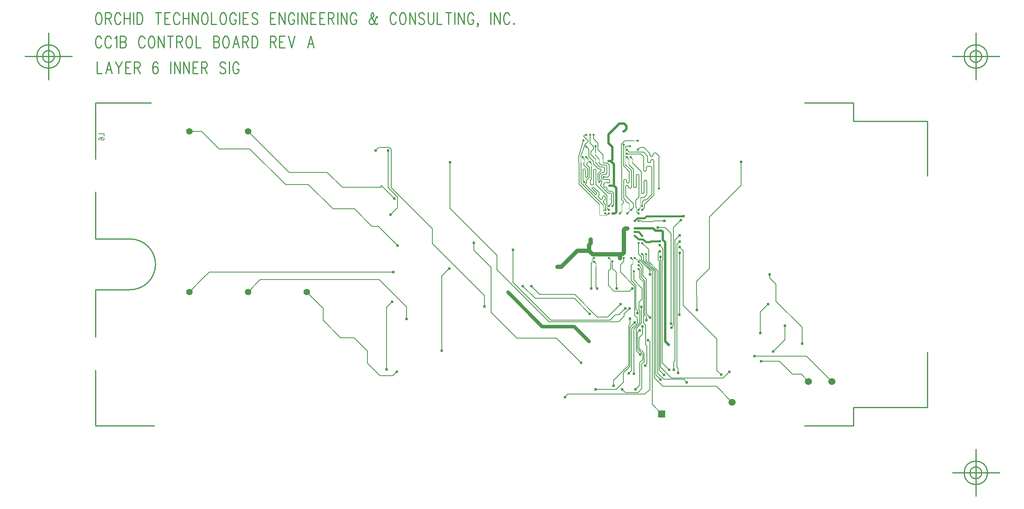
<source format=gbr>
*
*
G04 PADS 9.2 Build Number: 414666 generated Gerber (RS-274-X) file*
G04 PC Version=2.1*
*
%IN "CC1B_080118.pcb"*%
*
%MOIN*%
*
%FSLAX24Y24*%
*
*
*
*
G04 PC Standard Apertures*
*
*
G04 Thermal Relief Aperture macro.*
%AMTER*
1,1,$1,0,0*
1,0,$1-$2,0,0*
21,0,$3,$4,0,0,45*
21,0,$3,$4,0,0,135*
%
*
*
G04 Annular Aperture macro.*
%AMANN*
1,1,$1,0,0*
1,0,$2,0,0*
%
*
*
G04 Odd Aperture macro.*
%AMODD*
1,1,$1,0,0*
1,0,$1-0.005,0,0*
%
*
*
G04 PC Custom Aperture Macros*
*
*
*
*
*
*
G04 PC Aperture Table*
*
%ADD010C,0.001*%
%ADD013R,0.06X0.06*%
%ADD014C,0.06*%
%ADD025C,0.02*%
%ADD028C,0.01*%
%ADD031C,0.015*%
%ADD032C,0.005*%
%ADD033C,0.03*%
%ADD037C,0.035*%
%ADD038C,0.019*%
%ADD040C,0.024*%
%ADD063C,0.008*%
%ADD231C,0.0045*%
%ADD331C,0.055*%
*
*
*
*
G04 PC Circuitry*
G04 Layer Name CC1B_080118.pcb - circuitry*
%LPD*%
*
*
G04 PC Custom Flashes*
G04 Layer Name CC1B_080118.pcb - flashes*
%LPD*%
*
*
G04 PC Circuitry*
G04 Layer Name CC1B_080118.pcb - circuitry*
%LPD*%
*
G54D10*
G54D13*
G01X68250Y21029D03*
G54D14*
X80750Y23779D03*
X82750D03*
X74250Y22029D03*
G54D25*
X68825Y26925D02*
X68543Y27206D01*
X68543D02*
Y35669D01*
X68346Y35866*
Y36535*
X68228Y36653*
X68228D02*
X67716D01*
X67716D02*
X67519Y36850D01*
X67519D02*
X65944D01*
X64055Y38110D02*
X64252D01*
X64370Y38228*
Y40275*
X64370D02*
X64173Y40472D01*
Y42322*
X64173D02*
X63897Y42598D01*
X63897D02*
X63937D01*
X64055Y42716*
X64055D02*
Y43779D01*
X64055D02*
X63700Y44133D01*
X63700D02*
Y44842D01*
X63700D02*
X64645Y45787D01*
X64645D02*
X65039D01*
X63779Y40472D02*
X64173D01*
X64960Y45118D02*
X65039D01*
X65236Y45315*
Y45590*
X65236D02*
X65039Y45787D01*
X63700Y42598D02*
X63897D01*
G54D28*
X20145Y51034D02*
Y50050D01*
X20554*
X21133Y51034D02*
X20860Y50050D01*
X21133Y51034D02*
X21406Y50050D01*
X20963Y50378D02*
X21304D01*
X21713Y51034D02*
X21985Y50565D01*
X21985D02*
Y50050D01*
X22258Y51034D02*
X21985Y50565D01*
X22565Y51034D02*
Y50050D01*
Y51034D02*
X23008D01*
X22565Y50565D02*
X22838D01*
X22565Y50050D02*
X23008D01*
X23315Y51034D02*
Y50050D01*
Y51034D02*
X23622D01*
X23724Y50987*
X23724D02*
X23758Y50940D01*
X23758D02*
X23792Y50846D01*
X23792D02*
Y50753D01*
X23792D02*
X23758Y50659D01*
X23758D02*
X23724Y50612D01*
X23724D02*
X23622Y50565D01*
X23622D02*
X23315D01*
X23554D02*
X23792Y50050D01*
X25292Y50893D02*
X25258Y50987D01*
X25258D02*
X25156Y51034D01*
X25088*
X24985Y50987*
X24985D02*
X24917Y50846D01*
X24917D02*
X24883Y50612D01*
X24883D02*
Y50378D01*
X24883D02*
X24917Y50190D01*
X24917D02*
X24985Y50096D01*
X24985D02*
X25088Y50050D01*
X25122*
X25224Y50096*
X25224D02*
X25292Y50190D01*
X25292D02*
X25326Y50331D01*
X25326D02*
Y50378D01*
X25326D02*
X25292Y50518D01*
X25292D02*
X25224Y50612D01*
X25224D02*
X25122Y50659D01*
X25088*
X24985Y50612*
X24985D02*
X24917Y50518D01*
X24917D02*
X24883Y50378D01*
X26417Y51034D02*
Y50050D01*
X26724Y51034D02*
Y50050D01*
Y51034D02*
X27201Y50050D01*
Y51034D02*
Y50050D01*
X27508Y51034D02*
Y50050D01*
Y51034D02*
X27985Y50050D01*
Y51034D02*
Y50050D01*
X28292Y51034D02*
Y50050D01*
Y51034D02*
X28735D01*
X28292Y50565D02*
X28565D01*
X28292Y50050D02*
X28735D01*
X29042Y51034D02*
Y50050D01*
Y51034D02*
X29349D01*
X29349D02*
X29451Y50987D01*
X29451D02*
X29485Y50940D01*
X29485D02*
X29520Y50846D01*
X29520D02*
Y50753D01*
X29485Y50659*
X29485D02*
X29451Y50612D01*
X29451D02*
X29349Y50565D01*
X29349D02*
X29042D01*
X29281D02*
X29520Y50050D01*
X31088Y50893D02*
X31020Y50987D01*
X31020D02*
X30917Y51034D01*
X30917D02*
X30781D01*
X30679Y50987*
X30679D02*
X30610Y50893D01*
X30610D02*
Y50800D01*
X30610D02*
X30645Y50706D01*
X30679Y50659*
X30747Y50612*
X30747D02*
X30951Y50518D01*
X30951D02*
X31020Y50471D01*
X31020D02*
X31054Y50425D01*
X31088Y50331*
Y50190*
X31088D02*
X31020Y50096D01*
X31020D02*
X30917Y50050D01*
X30917D02*
X30781D01*
X30679Y50096*
X30679D02*
X30610Y50190D01*
X31395Y51034D02*
Y50050D01*
X32213Y50800D02*
X32179Y50893D01*
X32179D02*
X32110Y50987D01*
X32110D02*
X32042Y51034D01*
X32042D02*
X31906D01*
X31838Y50987*
X31838D02*
X31770Y50893D01*
X31770D02*
X31735Y50800D01*
X31735D02*
X31701Y50659D01*
X31701D02*
Y50425D01*
X31701D02*
X31735Y50284D01*
X31735D02*
X31770Y50190D01*
X31770D02*
X31838Y50096D01*
X31838D02*
X31906Y50050D01*
X32042*
X32042D02*
X32110Y50096D01*
X32110D02*
X32179Y50190D01*
X32179D02*
X32213Y50284D01*
Y50425*
X32042D02*
X32213D01*
X20511Y53000D02*
X20477Y53093D01*
X20477D02*
X20409Y53187D01*
X20409D02*
X20340Y53234D01*
X20340D02*
X20204D01*
X20204D02*
X20136Y53187D01*
X20136D02*
X20068Y53093D01*
X20068D02*
X20034Y53000D01*
X20000Y52859*
Y52625*
X20034Y52484*
X20068Y52390*
X20068D02*
X20136Y52296D01*
X20136D02*
X20204Y52250D01*
X20204D02*
X20340D01*
X20340D02*
X20409Y52296D01*
X20409D02*
X20477Y52390D01*
X20477D02*
X20511Y52484D01*
X21329Y53000D02*
X21295Y53093D01*
X21295D02*
X21227Y53187D01*
X21227D02*
X21159Y53234D01*
X21022*
X21022D02*
X20954Y53187D01*
X20954D02*
X20886Y53093D01*
X20886D02*
X20852Y53000D01*
X20818Y52859*
Y52625*
X20852Y52484*
X20886Y52390*
X20886D02*
X20954Y52296D01*
X20954D02*
X21022Y52250D01*
X21022D02*
X21159D01*
X21227Y52296*
X21227D02*
X21295Y52390D01*
X21295D02*
X21329Y52484D01*
X21636Y53046D02*
X21704Y53093D01*
X21704D02*
X21806Y53234D01*
X21806D02*
Y52250D01*
X22113Y53234D02*
Y52250D01*
Y53234D02*
X22420D01*
X22522Y53187*
X22522D02*
X22556Y53140D01*
X22556D02*
X22590Y53046D01*
X22590D02*
Y52953D01*
X22590D02*
X22556Y52859D01*
X22556D02*
X22522Y52812D01*
X22522D02*
X22420Y52765D01*
X22113D02*
X22420D01*
X22420D02*
X22522Y52718D01*
X22522D02*
X22556Y52671D01*
X22556D02*
X22590Y52578D01*
X22590D02*
Y52437D01*
X22590D02*
X22556Y52343D01*
X22556D02*
X22522Y52296D01*
X22522D02*
X22420Y52250D01*
X22113*
X24193Y53000D02*
X24159Y53093D01*
X24159D02*
X24090Y53187D01*
X24090D02*
X24022Y53234D01*
X24022D02*
X23886D01*
X23818Y53187*
X23818D02*
X23750Y53093D01*
X23750D02*
X23715Y53000D01*
X23715D02*
X23681Y52859D01*
X23681D02*
Y52625D01*
X23681D02*
X23715Y52484D01*
X23715D02*
X23750Y52390D01*
X23750D02*
X23818Y52296D01*
X23818D02*
X23886Y52250D01*
X24022*
X24022D02*
X24090Y52296D01*
X24090D02*
X24159Y52390D01*
X24159D02*
X24193Y52484D01*
X24704Y53234D02*
X24636Y53187D01*
X24636D02*
X24568Y53093D01*
X24568D02*
X24534Y53000D01*
X24500Y52859*
Y52625*
X24534Y52484*
X24568Y52390*
X24568D02*
X24636Y52296D01*
X24636D02*
X24704Y52250D01*
X24704D02*
X24840D01*
X24840D02*
X24909Y52296D01*
X24909D02*
X24977Y52390D01*
X24977D02*
X25011Y52484D01*
X25045Y52625*
Y52859*
X25011Y53000*
X24977Y53093*
X24977D02*
X24909Y53187D01*
X24909D02*
X24840Y53234D01*
X24840D02*
X24704D01*
X25352D02*
Y52250D01*
Y53234D02*
X25829Y52250D01*
Y53234D02*
Y52250D01*
X26375Y53234D02*
Y52250D01*
X26136Y53234D02*
X26613D01*
X26920D02*
Y52250D01*
Y53234D02*
X27227D01*
X27329Y53187*
X27329D02*
X27363Y53140D01*
X27363D02*
X27397Y53046D01*
X27397D02*
Y52953D01*
X27397D02*
X27363Y52859D01*
X27363D02*
X27329Y52812D01*
X27329D02*
X27227Y52765D01*
X27227D02*
X26920D01*
X27159D02*
X27397Y52250D01*
X27909Y53234D02*
X27840Y53187D01*
X27840D02*
X27772Y53093D01*
X27772D02*
X27738Y53000D01*
X27738D02*
X27704Y52859D01*
X27704D02*
Y52625D01*
X27704D02*
X27738Y52484D01*
X27738D02*
X27772Y52390D01*
X27772D02*
X27840Y52296D01*
X27840D02*
X27909Y52250D01*
X28045*
X28113Y52296*
X28113D02*
X28181Y52390D01*
X28181D02*
X28215Y52484D01*
X28215D02*
X28250Y52625D01*
Y52859*
X28215Y53000*
X28215D02*
X28181Y53093D01*
X28181D02*
X28113Y53187D01*
X28113D02*
X28045Y53234D01*
X27909*
X28556D02*
Y52250D01*
X28556D02*
X28965D01*
X30056Y53234D02*
Y52250D01*
Y53234D02*
X30363D01*
X30363D02*
X30465Y53187D01*
X30465D02*
X30500Y53140D01*
X30500D02*
X30534Y53046D01*
X30534D02*
Y52953D01*
X30500Y52859*
X30465Y52812*
X30465D02*
X30363Y52765D01*
X30056D02*
X30363D01*
X30363D02*
X30465Y52718D01*
X30465D02*
X30500Y52671D01*
X30500D02*
X30534Y52578D01*
Y52437*
X30534D02*
X30500Y52343D01*
X30500D02*
X30465Y52296D01*
X30465D02*
X30363Y52250D01*
X30363D02*
X30056D01*
X31045Y53234D02*
X30977Y53187D01*
X30977D02*
X30909Y53093D01*
X30909D02*
X30875Y53000D01*
X30840Y52859*
X30840D02*
Y52625D01*
X30840D02*
X30875Y52484D01*
X30909Y52390*
X30909D02*
X30977Y52296D01*
X30977D02*
X31045Y52250D01*
X31181*
X31181D02*
X31250Y52296D01*
X31250D02*
X31318Y52390D01*
X31318D02*
X31352Y52484D01*
X31386Y52625*
Y52859*
X31352Y53000*
X31318Y53093*
X31318D02*
X31250Y53187D01*
X31250D02*
X31181Y53234D01*
X31181D02*
X31045D01*
X31965D02*
X31693Y52250D01*
X31965Y53234D02*
X32238Y52250D01*
X31795Y52578D02*
X32136D01*
X32545Y53234D02*
Y52250D01*
Y53234D02*
X32852D01*
X32954Y53187*
X32954D02*
X32988Y53140D01*
X32988D02*
X33022Y53046D01*
X33022D02*
Y52953D01*
X33022D02*
X32988Y52859D01*
X32988D02*
X32954Y52812D01*
X32954D02*
X32852Y52765D01*
X32852D02*
X32545D01*
X32784D02*
X33022Y52250D01*
X33329Y53234D02*
Y52250D01*
Y53234D02*
X33568D01*
X33670Y53187*
X33670D02*
X33738Y53093D01*
X33738D02*
X33772Y53000D01*
X33772D02*
X33806Y52859D01*
X33806D02*
Y52625D01*
X33806D02*
X33772Y52484D01*
X33772D02*
X33738Y52390D01*
X33738D02*
X33670Y52296D01*
X33670D02*
X33568Y52250D01*
X33329*
X34897Y53234D02*
Y52250D01*
Y53234D02*
X35204D01*
X35204D02*
X35306Y53187D01*
X35306D02*
X35340Y53140D01*
X35340D02*
X35375Y53046D01*
X35375D02*
Y52953D01*
X35340Y52859*
X35340D02*
X35306Y52812D01*
X35306D02*
X35204Y52765D01*
X35204D02*
X34897D01*
X35136D02*
X35375Y52250D01*
X35681Y53234D02*
Y52250D01*
Y53234D02*
X36125D01*
X35681Y52765D02*
X35954D01*
X35681Y52250D02*
X36125D01*
X36431Y53234D02*
X36704Y52250D01*
X36977Y53234D02*
X36704Y52250D01*
X38340Y53234D02*
X38068Y52250D01*
X38340Y53234D02*
X38613Y52250D01*
X38170Y52578D02*
X38511D01*
X20204Y55234D02*
X20136Y55187D01*
X20136D02*
X20068Y55093D01*
X20068D02*
X20034Y55000D01*
X20000Y54859*
Y54625*
X20034Y54484*
X20068Y54390*
X20068D02*
X20136Y54296D01*
X20136D02*
X20204Y54250D01*
X20204D02*
X20340D01*
X20340D02*
X20409Y54296D01*
X20409D02*
X20477Y54390D01*
X20477D02*
X20511Y54484D01*
X20545Y54625*
Y54859*
X20511Y55000*
X20477Y55093*
X20477D02*
X20409Y55187D01*
X20409D02*
X20340Y55234D01*
X20340D02*
X20204D01*
X20852D02*
Y54250D01*
Y55234D02*
X21159D01*
X21261Y55187*
X21261D02*
X21295Y55140D01*
X21295D02*
X21329Y55046D01*
X21329D02*
Y54953D01*
X21329D02*
X21295Y54859D01*
X21261Y54812*
X21261D02*
X21159Y54765D01*
X21159D02*
X20852D01*
X21090D02*
X21329Y54250D01*
X22147Y55000D02*
X22113Y55093D01*
X22113D02*
X22045Y55187D01*
X22045D02*
X21977Y55234D01*
X21840*
X21840D02*
X21772Y55187D01*
X21772D02*
X21704Y55093D01*
X21704D02*
X21670Y55000D01*
X21636Y54859*
Y54625*
X21670Y54484*
X21704Y54390*
X21704D02*
X21772Y54296D01*
X21772D02*
X21840Y54250D01*
X21840D02*
X21977D01*
X22045Y54296*
X22045D02*
X22113Y54390D01*
X22113D02*
X22147Y54484D01*
X22454Y55234D02*
Y54250D01*
X22931Y55234D02*
Y54250D01*
X22454Y54765D02*
X22931D01*
X23238Y55234D02*
Y54250D01*
X23545Y55234D02*
Y54250D01*
Y55234D02*
X23784D01*
X23886Y55187*
X23886D02*
X23954Y55093D01*
X23954D02*
X23988Y55000D01*
X23988D02*
X24022Y54859D01*
X24022D02*
Y54625D01*
X24022D02*
X23988Y54484D01*
X23988D02*
X23954Y54390D01*
X23954D02*
X23886Y54296D01*
X23886D02*
X23784Y54250D01*
X23545*
X25352Y55234D02*
Y54250D01*
X25113Y55234D02*
X25590D01*
X25897D02*
Y54250D01*
Y55234D02*
X26340D01*
X25897Y54765D02*
X26170D01*
X25897Y54250D02*
X26340D01*
X27159Y55000D02*
X27125Y55093D01*
X27125D02*
X27056Y55187D01*
X27056D02*
X26988Y55234D01*
X26988D02*
X26852D01*
X26784Y55187*
X26784D02*
X26715Y55093D01*
X26715D02*
X26681Y55000D01*
X26681D02*
X26647Y54859D01*
X26647D02*
Y54625D01*
X26647D02*
X26681Y54484D01*
X26681D02*
X26715Y54390D01*
X26715D02*
X26784Y54296D01*
X26784D02*
X26852Y54250D01*
X26988*
X26988D02*
X27056Y54296D01*
X27056D02*
X27125Y54390D01*
X27125D02*
X27159Y54484D01*
X27465Y55234D02*
Y54250D01*
X27943Y55234D02*
Y54250D01*
X27465Y54765D02*
X27943D01*
X28250Y55234D02*
Y54250D01*
Y55234D02*
X28727Y54250D01*
Y55234D02*
Y54250D01*
X29238Y55234D02*
X29170Y55187D01*
X29170D02*
X29102Y55093D01*
X29102D02*
X29068Y55000D01*
X29034Y54859*
Y54625*
X29068Y54484*
X29102Y54390*
X29102D02*
X29170Y54296D01*
X29170D02*
X29238Y54250D01*
X29238D02*
X29375D01*
X29443Y54296*
X29443D02*
X29511Y54390D01*
X29511D02*
X29545Y54484D01*
X29579Y54625*
X29579D02*
Y54859D01*
X29579D02*
X29545Y55000D01*
X29511Y55093*
X29511D02*
X29443Y55187D01*
X29443D02*
X29375Y55234D01*
X29238*
X29886D02*
Y54250D01*
X30295*
X30806Y55234D02*
X30738Y55187D01*
X30738D02*
X30670Y55093D01*
X30670D02*
X30636Y55000D01*
X30602Y54859*
Y54625*
X30636Y54484*
X30670Y54390*
X30670D02*
X30738Y54296D01*
X30738D02*
X30806Y54250D01*
X30806D02*
X30943D01*
X31011Y54296*
X31011D02*
X31079Y54390D01*
X31079D02*
X31113Y54484D01*
X31113D02*
X31147Y54625D01*
X31147D02*
Y54859D01*
X31147D02*
X31113Y55000D01*
X31113D02*
X31079Y55093D01*
X31079D02*
X31011Y55187D01*
X31011D02*
X30943Y55234D01*
X30806*
X31965Y55000D02*
X31931Y55093D01*
X31931D02*
X31863Y55187D01*
X31863D02*
X31795Y55234D01*
X31659*
X31590Y55187*
X31590D02*
X31522Y55093D01*
X31522D02*
X31488Y55000D01*
X31488D02*
X31454Y54859D01*
X31454D02*
Y54625D01*
X31454D02*
X31488Y54484D01*
X31488D02*
X31522Y54390D01*
X31522D02*
X31590Y54296D01*
X31590D02*
X31659Y54250D01*
X31795*
X31863Y54296*
X31863D02*
X31931Y54390D01*
X31931D02*
X31965Y54484D01*
X31965D02*
Y54625D01*
X31795D02*
X31965D01*
X32272Y55234D02*
Y54250D01*
X32579Y55234D02*
Y54250D01*
Y55234D02*
X33022D01*
X32579Y54765D02*
X32852D01*
X32579Y54250D02*
X33022D01*
X33806Y55093D02*
X33738Y55187D01*
X33738D02*
X33636Y55234D01*
X33500*
X33397Y55187*
X33397D02*
X33329Y55093D01*
X33329D02*
Y55000D01*
X33329D02*
X33363Y54906D01*
X33363D02*
X33397Y54859D01*
X33397D02*
X33465Y54812D01*
X33465D02*
X33670Y54718D01*
X33670D02*
X33738Y54671D01*
X33738D02*
X33772Y54625D01*
X33772D02*
X33806Y54531D01*
X33806D02*
Y54390D01*
X33806D02*
X33738Y54296D01*
X33738D02*
X33636Y54250D01*
X33500*
X33397Y54296*
X33397D02*
X33329Y54390D01*
X34897Y55234D02*
Y54250D01*
Y55234D02*
X35340D01*
X34897Y54765D02*
X35170D01*
X34897Y54250D02*
X35340D01*
X35647Y55234D02*
Y54250D01*
Y55234D02*
X36125Y54250D01*
Y55234D02*
Y54250D01*
X36943Y55000D02*
X36909Y55093D01*
X36909D02*
X36840Y55187D01*
X36840D02*
X36772Y55234D01*
X36772D02*
X36636D01*
X36568Y55187*
X36568D02*
X36500Y55093D01*
X36500D02*
X36465Y55000D01*
X36465D02*
X36431Y54859D01*
X36431D02*
Y54625D01*
X36431D02*
X36465Y54484D01*
X36465D02*
X36500Y54390D01*
X36500D02*
X36568Y54296D01*
X36568D02*
X36636Y54250D01*
X36772*
X36772D02*
X36840Y54296D01*
X36840D02*
X36909Y54390D01*
X36909D02*
X36943Y54484D01*
Y54625*
X36772D02*
X36943D01*
X37250Y55234D02*
Y54250D01*
X37556Y55234D02*
Y54250D01*
Y55234D02*
X38034Y54250D01*
Y55234D02*
Y54250D01*
X38340Y55234D02*
Y54250D01*
Y55234D02*
X38784D01*
X38340Y54765D02*
X38613D01*
X38340Y54250D02*
X38784D01*
X39090Y55234D02*
Y54250D01*
Y55234D02*
X39534D01*
X39090Y54765D02*
X39363D01*
X39090Y54250D02*
X39534D01*
X39840Y55234D02*
Y54250D01*
Y55234D02*
X40147D01*
X40147D02*
X40250Y55187D01*
X40250D02*
X40284Y55140D01*
X40284D02*
X40318Y55046D01*
X40318D02*
Y54953D01*
X40284Y54859*
X40250Y54812*
X40250D02*
X40147Y54765D01*
X40147D02*
X39840D01*
X40079D02*
X40318Y54250D01*
X40625Y55234D02*
Y54250D01*
X40931Y55234D02*
Y54250D01*
Y55234D02*
X41409Y54250D01*
Y55234D02*
Y54250D01*
X42227Y55000D02*
X42193Y55093D01*
X42193D02*
X42125Y55187D01*
X42125D02*
X42056Y55234D01*
X42056D02*
X41920D01*
X41852Y55187*
X41852D02*
X41784Y55093D01*
X41784D02*
X41750Y55000D01*
X41715Y54859*
X41715D02*
Y54625D01*
X41715D02*
X41750Y54484D01*
X41784Y54390*
X41784D02*
X41852Y54296D01*
X41852D02*
X41920Y54250D01*
X42056*
X42056D02*
X42125Y54296D01*
X42125D02*
X42193Y54390D01*
X42193D02*
X42227Y54484D01*
Y54625*
X42056D02*
X42227D01*
X44000Y54812D02*
Y54859D01*
X43965Y54906*
X43965D02*
X43931D01*
X43931D02*
X43897Y54859D01*
X43897D02*
X43863Y54765D01*
X43863D02*
X43795Y54531D01*
X43727Y54390*
X43727D02*
X43659Y54296D01*
X43659D02*
X43590Y54250D01*
X43590D02*
X43454D01*
X43454D02*
X43386Y54296D01*
X43386D02*
X43352Y54343D01*
X43352D02*
X43318Y54437D01*
X43318D02*
Y54531D01*
X43352Y54625*
X43386Y54671*
X43386D02*
X43625Y54859D01*
X43659Y54906*
X43693Y55000*
Y55093*
X43693D02*
X43659Y55187D01*
X43659D02*
X43590Y55234D01*
X43590D02*
X43522Y55187D01*
X43522D02*
X43488Y55093D01*
X43488D02*
Y55000D01*
X43488D02*
X43522Y54859D01*
X43522D02*
X43590Y54718D01*
X43590D02*
X43761Y54390D01*
X43761D02*
X43829Y54296D01*
X43829D02*
X43897Y54250D01*
X43897D02*
X43965D01*
X43965D02*
X44000Y54296D01*
X44000D02*
Y54343D01*
X45602Y55000D02*
X45568Y55093D01*
X45568D02*
X45500Y55187D01*
X45500D02*
X45431Y55234D01*
X45431D02*
X45295D01*
X45227Y55187*
X45227D02*
X45159Y55093D01*
X45159D02*
X45125Y55000D01*
X45090Y54859*
X45090D02*
Y54625D01*
X45090D02*
X45125Y54484D01*
X45159Y54390*
X45159D02*
X45227Y54296D01*
X45227D02*
X45295Y54250D01*
X45431*
X45431D02*
X45500Y54296D01*
X45500D02*
X45568Y54390D01*
X45568D02*
X45602Y54484D01*
X46113Y55234D02*
X46045Y55187D01*
X46045D02*
X45977Y55093D01*
X45977D02*
X45943Y55000D01*
X45909Y54859*
Y54625*
X45943Y54484*
X45977Y54390*
X45977D02*
X46045Y54296D01*
X46045D02*
X46113Y54250D01*
X46113D02*
X46250D01*
X46318Y54296*
X46318D02*
X46386Y54390D01*
X46386D02*
X46420Y54484D01*
X46454Y54625*
X46454D02*
Y54859D01*
X46454D02*
X46420Y55000D01*
X46386Y55093*
X46386D02*
X46318Y55187D01*
X46318D02*
X46250Y55234D01*
X46113*
X46761D02*
Y54250D01*
Y55234D02*
X47238Y54250D01*
Y55234D02*
Y54250D01*
X48022Y55093D02*
X47954Y55187D01*
X47954D02*
X47852Y55234D01*
X47715*
X47715D02*
X47613Y55187D01*
X47613D02*
X47545Y55093D01*
X47545D02*
Y55000D01*
X47579Y54906*
X47579D02*
X47613Y54859D01*
X47613D02*
X47681Y54812D01*
X47681D02*
X47886Y54718D01*
X47886D02*
X47954Y54671D01*
X47954D02*
X47988Y54625D01*
X47988D02*
X48022Y54531D01*
X48022D02*
Y54390D01*
X48022D02*
X47954Y54296D01*
X47954D02*
X47852Y54250D01*
X47715*
X47715D02*
X47613Y54296D01*
X47613D02*
X47545Y54390D01*
X48329Y55234D02*
Y54531D01*
X48329D02*
X48363Y54390D01*
X48363D02*
X48431Y54296D01*
X48431D02*
X48534Y54250D01*
X48602*
X48704Y54296*
X48704D02*
X48772Y54390D01*
X48772D02*
X48806Y54531D01*
X48806D02*
Y55234D01*
X49113D02*
Y54250D01*
X49113D02*
X49522D01*
X50068Y55234D02*
Y54250D01*
X49829Y55234D02*
X50306D01*
X50613D02*
Y54250D01*
X50920Y55234D02*
Y54250D01*
Y55234D02*
X51397Y54250D01*
Y55234D02*
Y54250D01*
X52215Y55000D02*
X52181Y55093D01*
X52181D02*
X52113Y55187D01*
X52113D02*
X52045Y55234D01*
X51909*
X51840Y55187*
X51840D02*
X51772Y55093D01*
X51772D02*
X51738Y55000D01*
X51738D02*
X51704Y54859D01*
X51704D02*
Y54625D01*
X51704D02*
X51738Y54484D01*
X51738D02*
X51772Y54390D01*
X51772D02*
X51840Y54296D01*
X51840D02*
X51909Y54250D01*
X52045*
X52113Y54296*
X52113D02*
X52181Y54390D01*
X52181D02*
X52215Y54484D01*
X52215D02*
Y54625D01*
X52045D02*
X52215D01*
X52590Y54296D02*
X52556Y54250D01*
X52556D02*
X52522Y54296D01*
X52522D02*
X52556Y54343D01*
X52556D02*
X52590Y54296D01*
X52590D02*
Y54203D01*
X52590D02*
X52556Y54109D01*
X52556D02*
X52522Y54062D01*
X53681Y55234D02*
Y54250D01*
X53988Y55234D02*
Y54250D01*
Y55234D02*
X54465Y54250D01*
Y55234D02*
Y54250D01*
X55284Y55000D02*
X55250Y55093D01*
X55250D02*
X55181Y55187D01*
X55181D02*
X55113Y55234D01*
X55113D02*
X54977D01*
X54909Y55187*
X54909D02*
X54840Y55093D01*
X54840D02*
X54806Y55000D01*
X54806D02*
X54772Y54859D01*
X54772D02*
Y54625D01*
X54772D02*
X54806Y54484D01*
X54806D02*
X54840Y54390D01*
X54840D02*
X54909Y54296D01*
X54909D02*
X54977Y54250D01*
X55113*
X55113D02*
X55181Y54296D01*
X55181D02*
X55250Y54390D01*
X55250D02*
X55284Y54484D01*
X55625Y54343D02*
X55590Y54296D01*
X55590D02*
X55625Y54250D01*
X55659Y54296*
X55659D02*
X55625Y54343D01*
X17000Y51500D02*
G75*
G03X17000I-1000J0D01*
G01X16500D02*
G03X16500I-500J0D01*
G01X16000Y53500D02*
Y49500D01*
X14000Y51500D02*
X18000D01*
X96000D02*
G03X96000I-1000J0D01*
G01X95500D02*
G03X95500I-500J0D01*
G01X95000Y53500D02*
Y49500D01*
X93000Y51500D02*
X97000D01*
X96000Y16000D02*
G03X96000I-1000J0D01*
G01X95500D02*
G03X95500I-500J0D01*
G01X95000Y18000D02*
Y14000D01*
X93000Y16000D02*
X97000D01*
X25000Y20000D02*
X20000D01*
Y24750*
Y42750D02*
Y47560D01*
X24750*
X80410Y47559D02*
X84565D01*
Y45985*
X90865*
Y41300*
X80403Y20000D02*
X84568D01*
Y21573*
X90867*
Y26270*
X20000Y27596D02*
Y31614D01*
X22950*
G03X22949Y35940I7J2163*
G01X22950D02*
X20000D01*
Y39956*
G54D31*
X67244Y35669D02*
X66889D01*
X66889D02*
X66653Y35905D01*
X66653D02*
X66259D01*
X66259D02*
X65944Y36220D01*
X67244Y35669D02*
X67322Y35748D01*
X67322D02*
X68070D01*
X66574Y36220D02*
X66259Y36535D01*
X66259D02*
X65944D01*
Y37480D02*
X66181Y37716D01*
X66181D02*
X66771D01*
X66771D02*
X66929Y37874D01*
X70118*
G54D32*
X60000Y22450D02*
X60250Y22700D01*
X66800*
X67225Y23125*
Y27150*
X67075Y27300*
X62600Y23125D02*
X64375D01*
X64975Y23725*
Y24525*
X65525Y25075*
Y28425*
X65925Y28825*
X66000Y23100D02*
X66375Y23475D01*
Y25400*
X66625Y25650*
Y26125*
X66175Y26575*
Y27950*
X66375Y28150*
X65125Y22850D02*
X66225D01*
X66550Y23175*
Y25275*
X66725Y25450*
Y26200*
X66300Y26625*
Y27500*
X66600Y27800*
Y28475*
X65125Y22850D02*
X64875Y23100D01*
X64125Y23425D02*
Y23875D01*
X65425Y25175*
Y28550*
X65550Y28675*
Y29150*
X68150Y23950D02*
X67755Y24344D01*
X67755D02*
Y33228D01*
X67755D02*
X66889Y34094D01*
X66889D02*
Y34645D01*
X70375Y23725D02*
X70125Y23975D01*
X68425*
X67913Y24486*
X67913D02*
Y33228D01*
X67126Y34015*
X67126D02*
Y35039D01*
X66574Y35590*
X74250Y22029D02*
X72904Y23375D01*
X72904D02*
X68348D01*
X67598Y24125*
Y33228*
X66692Y34133*
X66692D02*
Y34527D01*
X66692D02*
X66574Y34645D01*
X68250Y21029D02*
X67440Y21838D01*
X67440D02*
Y33228D01*
X67440D02*
X66496Y34173D01*
Y34409*
X66259Y34645*
X66259D02*
Y35590D01*
X82750Y23779D02*
X80579Y25950D01*
X80579D02*
X76125D01*
X80750Y23779D02*
X80130Y24406D01*
X80130D02*
X79375D01*
X78281Y25500*
X76700*
X33000Y31429D02*
X34045Y32475D01*
X44175*
X28000Y31429D02*
X29170Y32600D01*
X29175*
X29700Y33125*
X45375*
X46500Y29125D02*
Y30150D01*
X44175Y32475*
X44250Y24275D02*
X45325D01*
X45675Y24625*
X44250Y24275D02*
X43175Y25350D01*
Y26375*
X42033Y27516*
X42033D02*
X40883D01*
X40883D02*
X39400Y29000D01*
Y30029*
X39400D02*
X38000Y31429D01*
X44800Y24800D02*
Y30100D01*
X45275Y30575*
X49500Y26425D02*
Y32775D01*
X50125Y33400*
X53125Y30175D02*
Y31125D01*
X48700Y35550*
Y36825*
X45200Y40325*
Y43575*
X45025Y43750*
X44150*
X58650Y28875D02*
X64575D01*
X65050Y29350*
Y29550*
X65500Y30000*
X58650Y28875D02*
X54200Y33325D01*
Y34550*
X50200Y38550*
Y42475*
X61375Y25375D02*
X59275Y27475D01*
X55900*
X53700Y29675*
Y33525*
X52250Y34975*
Y35600*
X62750Y29275D02*
X63625D01*
X64725Y30375*
X62750Y29275D02*
X60825Y31200D01*
X57850*
X57125Y31925*
X63850Y29025D02*
X58800D01*
X55575Y32250*
Y35000*
X63850Y29025D02*
X64300Y29475D01*
X64600*
X65125Y30000*
X62100Y29550D02*
X60800Y30875D01*
X57425*
Y30900*
X56400Y31925*
X66825Y25150D02*
X66975Y25300D01*
Y26800*
X66875Y26900*
Y28592*
X66875D02*
X66692Y28775D01*
X66692D02*
Y32283D01*
X66692D02*
X66378Y32598D01*
Y33267*
X66378D02*
X66259Y33385D01*
X66400Y26075D02*
X66075Y26400D01*
Y28325*
X66500Y28750*
Y30150*
X65425Y24475D02*
X65675Y24725D01*
X65684*
Y28275*
X66159Y28750*
Y29200*
X65950Y29409*
Y31884*
X65950D02*
X64724Y33110D01*
Y33740*
X65000Y34015*
X65000D02*
Y34330D01*
X65875Y24450D02*
X65878Y24975D01*
Y28275*
X66378Y28775*
Y29775*
X66300Y29853*
Y30550*
X66574Y30824*
X66574D02*
Y31732D01*
X66574D02*
X65866Y32440D01*
X65866D02*
Y33189D01*
X66175Y29625D02*
Y29859D01*
X66050Y29984*
Y31990*
X66050D02*
X65629Y32410D01*
X65629D02*
Y33675D01*
X65629D02*
X65787Y33825D01*
X66925Y29025D02*
X66929Y29029D01*
Y29337*
X66929D02*
X66807Y29459D01*
X66807D02*
Y32365D01*
X66807D02*
X66496Y32677D01*
Y33464*
X66496D02*
X66259Y33700D01*
X67250Y29250D02*
X66936Y29563D01*
X66936D02*
Y32511D01*
X66936D02*
X66653Y32795D01*
X66653D02*
Y33622D01*
X66653D02*
X66259Y34015D01*
X64173Y31496D02*
X63700Y31968D01*
X63700D02*
Y33228D01*
X63700D02*
X63897Y33425D01*
X63897D02*
Y33900D01*
X64173Y31496D02*
X65511D01*
X65511D02*
X65748Y31732D01*
X62244D02*
Y33858D01*
X62322Y33937*
X62755Y31732D02*
X62637Y31850D01*
X62637D02*
Y33580D01*
X64409Y31732D02*
Y32086D01*
X64409D02*
X64370Y32126D01*
Y33110*
X64055Y33425*
Y34015*
X69750Y29475D02*
X69763D01*
X69763D02*
Y34763D01*
X73300Y24375D02*
Y24378D01*
X73300D02*
X72953Y24725D01*
X72953D02*
Y27400D01*
X72953D02*
X70078Y30275D01*
X70078D02*
Y34921D01*
X70078D02*
X69763Y35236D01*
X69275Y24775D02*
Y25475D01*
X69370Y25570*
Y35866*
X69763Y36259*
X69650Y24500D02*
Y24900D01*
X69651Y24901*
X69527Y25025*
X69527D02*
Y35488D01*
X69527D02*
X69763Y35725D01*
X69075Y28375D02*
X69250Y28550D01*
Y36925*
X69881Y37559*
X69050Y28725D02*
X69055D01*
Y36417*
X68543Y36925*
X67900*
X73475Y24075D02*
X69074D01*
X69074D02*
X68149Y25000D01*
X68149D02*
Y34409D01*
X73475Y24075D02*
X74000Y24600D01*
X68875Y24775D02*
X68275Y25375D01*
Y34078*
X68275D02*
X68346Y34150D01*
Y35118*
X68075Y35400*
X71225Y29875D02*
X71220Y32322D01*
X71220D02*
X72322Y33425D01*
X72322D02*
Y37825D01*
X72322D02*
X75000Y40500D01*
Y42500*
X68425Y24350D02*
X68031Y24743D01*
X68031D02*
Y34094D01*
X67952Y34173*
X67952D02*
Y34763D01*
X67952D02*
X68070Y34881D01*
X77725Y26350D02*
X78725Y27350D01*
Y28550*
X76650Y27900D02*
Y29725D01*
X77300Y30375*
X80200Y27000D02*
Y28400D01*
X77975Y30625*
Y32075*
X77450Y32600*
Y32900*
X45750Y35375D02*
X44100Y37025D01*
X43550*
X42075Y38500*
X40225*
X38150Y40575*
X36200*
X33150Y43625*
X30550*
X29045Y45129*
X29045D02*
X28000D01*
X45150Y38000D02*
X45750Y38600D01*
Y39500*
X44925Y40325*
Y43475*
X45475Y39375D02*
X44325Y40525D01*
X63897Y34173D02*
X63740Y34330D01*
X65787Y34173D02*
X65629Y34330D01*
X62637Y33858D02*
X62480Y34015D01*
X66605Y37425D02*
X66550Y37480D01*
X66259*
X66605Y37425D02*
X67519D01*
X67519D02*
X67575Y37480D01*
X68464*
X66102Y34173D02*
X65944Y34330D01*
X62322Y34173D02*
X62480Y34330D01*
X67244Y32913D02*
Y33267D01*
X67244D02*
X66338Y34173D01*
X63582Y38818D02*
Y39645D01*
X63582D02*
X62637Y40590D01*
X62637D02*
Y41811D01*
X62637D02*
X62559Y41889D01*
X62559D02*
X62519D01*
X62598Y39724D02*
X62677D01*
X62716Y39763*
X62716D02*
Y39842D01*
X62716D02*
X62322Y40236D01*
X62322D02*
Y40315D01*
X62322D02*
X62362Y40354D01*
X62598Y39724D02*
X61771Y40551D01*
X61771D02*
Y40669D01*
X61771D02*
X61850Y40748D01*
Y40944*
X61850D02*
X62086Y41181D01*
X62086D02*
Y42047D01*
X62086D02*
X61850Y42283D01*
Y42362*
X61968Y42480*
X63031Y39330D02*
X63110D01*
X63110D02*
X63189Y39409D01*
Y39527*
X63189D02*
X63267Y39606D01*
X63031Y39330D02*
X62834Y39527D01*
X62834D02*
Y39606D01*
X62834D02*
X62913Y39685D01*
Y39881*
X62913D02*
X62440Y40354D01*
X62440D02*
X62362D01*
X63267Y38818D02*
X61378Y40708D01*
X61378D02*
Y42440D01*
X61378D02*
X61338Y42480D01*
X62952Y38897D02*
X61220Y40629D01*
X61220D02*
Y42362D01*
X61181Y42401*
X61181D02*
Y42992D01*
X61575Y44350*
X63503Y37952D02*
X63740Y38110D01*
X66417Y39370D02*
X66535Y39488D01*
X66732*
X66968Y39724*
X66968D02*
Y40866D01*
X66968D02*
X66889Y40944D01*
X65472Y38937D02*
X65354Y39055D01*
X65275*
X65275D02*
X65157Y39173D01*
Y39252*
X65000Y39409*
Y40944*
X65000D02*
X65078Y41023D01*
X65078D02*
X65157D01*
X66102Y38582D02*
X66023Y38661D01*
X66023D02*
Y39252D01*
X66023D02*
X66299Y39527D01*
X66299D02*
Y41378D01*
X66220Y41456*
X66220D02*
X66141D01*
X66653Y39803D02*
X66574D01*
X66574D02*
X66496Y39881D01*
X66496D02*
Y41692D01*
X66496D02*
X65748Y42440D01*
X66653Y39803D02*
X66732Y39881D01*
X66732D02*
Y40866D01*
X66811Y40944*
X66811D02*
X66889D01*
X63740Y38425D02*
X63582Y38582D01*
X63582D02*
Y38661D01*
X63425Y38425D02*
Y38897D01*
X63425D02*
X63267Y39055D01*
X63267D02*
Y39173D01*
X63267D02*
X63425Y39330D01*
X63425D02*
Y39527D01*
X63425D02*
X63346Y39606D01*
X63267*
X63740Y38740D02*
X63976Y38976D01*
Y39252*
X63937Y39291*
Y39448*
X63937D02*
X63976Y39488D01*
Y39763*
X63976D02*
X63897Y39842D01*
X63897D02*
X63661D01*
X63661D02*
X63031Y40472D01*
Y40590*
X63031D02*
X63149Y40708D01*
X63149D02*
Y40866D01*
X63149D02*
X62952Y41063D01*
X62952D02*
Y41417D01*
X62952D02*
X63149Y41614D01*
X63149D02*
X63307D01*
X63385Y41692*
X63385D02*
Y42007D01*
X63385D02*
X63307Y42086D01*
X63307D02*
X62952D01*
X62952D02*
X62598Y42440D01*
X62598D02*
Y42480D01*
X64055Y38740D02*
X64133Y38818D01*
X64133D02*
Y39842D01*
X64133D02*
X63976Y40000D01*
X63740*
X63582Y40157*
X63582D02*
Y40275D01*
X63582D02*
X63503Y40354D01*
X63503D02*
X63385D01*
X63385D02*
X63307Y40433D01*
Y40629*
X63307D02*
X63464Y40787D01*
X63464D02*
X63543D01*
X65315Y38110D02*
X65472Y38267D01*
X65629Y38425D02*
X65826Y38622D01*
X65826D02*
Y38937D01*
X65826D02*
X65157Y39606D01*
Y40433*
X65236Y40511*
X65236D02*
X65315D01*
X64685Y38110D02*
X64842Y38267D01*
X66574Y38740D02*
Y39094D01*
X66574D02*
X66771Y39291D01*
X66771D02*
X66929D01*
X67401Y39763*
X67401D02*
Y42047D01*
X67401D02*
X67283Y42165D01*
X67047*
X66259Y38425D02*
X66417Y38582D01*
X66574Y38425D02*
X66771Y38622D01*
X66771D02*
Y38897D01*
X66771D02*
X67559Y39685D01*
Y42637*
X67559D02*
X67480Y42716D01*
X67480D02*
X67401D01*
X66259Y38110D02*
X66102Y38267D01*
X64842Y38858D02*
X64960Y39015D01*
X64960D02*
Y39173D01*
X64960D02*
X64842Y39291D01*
X64842D02*
Y42086D01*
X64842D02*
X64803Y42126D01*
Y44015*
X64803D02*
X65118Y44330D01*
X65118D02*
X65826D01*
X44325Y40354D02*
X41025D01*
X41025D02*
X39750Y41629D01*
X39750D02*
X36500D01*
X36500D02*
X33000Y45129D01*
X44325Y40354D02*
Y40525D01*
X43875Y43475D02*
X44150Y43750D01*
X66063Y44330D02*
X66220D01*
X62283Y42362D02*
X62126Y42519D01*
X63622Y40708D02*
X63740D01*
X63740D02*
X63818Y40787D01*
X63818D02*
Y40944D01*
X63818D02*
X63740Y41023D01*
X63740D02*
X63228D01*
X63228D02*
X63110Y41141D01*
X63110D02*
Y41338D01*
X63110D02*
X63228Y41456D01*
X63228D02*
X63503D01*
X63503D02*
X63582Y41535D01*
X63582D02*
Y42165D01*
X63582D02*
X63503Y42244D01*
X63503D02*
X63070D01*
X63070D02*
X62913Y42401D01*
X62913D02*
Y42480D01*
X63622Y40708D02*
X63543Y40787D01*
X62244Y40551D02*
X62362D01*
X62440Y40629*
X62440D02*
Y41811D01*
X62440D02*
X62519Y41889D01*
X62244Y40551D02*
X62165Y40629D01*
X62165D02*
Y40944D01*
X62165D02*
X62244Y41023D01*
X62244D02*
Y42086D01*
X62244D02*
X62283Y42126D01*
X63228Y42755D02*
Y43110D01*
X62795Y43543*
Y44133*
X62795D02*
X62440Y44488D01*
X62440D02*
Y44803D01*
X62913Y42755D02*
X62598Y43070D01*
X62598D02*
Y43110D01*
Y42755D02*
X62204Y43149D01*
X62204D02*
Y43385D01*
X62204D02*
X62440Y43622D01*
X62440D02*
Y43818D01*
X62440D02*
X62126Y44133D01*
X62126D02*
Y44803D01*
X62598Y43346D02*
Y43858D01*
X61338Y42992D02*
X61696Y43975D01*
X61972Y44252*
X61972D02*
Y44330D01*
X61972D02*
X61618Y44685D01*
Y44763*
X61618D02*
X61653Y44798D01*
X61653D02*
X61806D01*
X61806D02*
X61811Y44803D01*
X61653Y42755D02*
X61496Y42913D01*
X61968Y42755D02*
X61811Y42913D01*
Y41181D02*
X61850D01*
X61929Y41259*
X61929D02*
Y41929D01*
X61614Y42244*
Y42401*
X61614D02*
X61653Y42440D01*
X61811Y41181D02*
X61732Y41259D01*
X61732D02*
Y41850D01*
X61653Y41929*
X61653D02*
X61614D01*
X65590Y40275D02*
X65472D01*
X65472D02*
X65393Y40354D01*
X65393D02*
Y40433D01*
X65393D02*
X65315Y40511D01*
X65590Y40275D02*
X65669Y40354D01*
Y41771*
X65669D02*
X65118Y42322D01*
X65748Y42755D02*
X65590Y42913D01*
X67322Y42992D02*
X67440D01*
X67440D02*
X67519Y43070D01*
X67519D02*
Y43189D01*
X67519D02*
X67598Y43267D01*
X67322Y42992D02*
X67244Y43070D01*
X67244D02*
Y43228D01*
X66732Y43740*
X66417*
X65118Y43700D02*
X65236Y43858D01*
X65551*
X65393Y40708D02*
X65315D01*
X65315D02*
X65236Y40787D01*
Y40944*
X65236D02*
X65157Y41023D01*
X65393Y40708D02*
X65472Y40787D01*
Y41692*
X65472D02*
X64960Y42204D01*
X64960D02*
Y43818D01*
X64960D02*
X65000Y43858D01*
Y43976*
X67126Y42440D02*
X67244D01*
X67244D02*
X67322Y42519D01*
X67322D02*
Y42637D01*
X67322D02*
X67401Y42716D01*
X67126Y42440D02*
X67047Y42519D01*
X67047D02*
Y42992D01*
X66692Y43346*
X66692D02*
X65472D01*
X65275Y43543*
X65905Y40315D02*
X65984D01*
X66063Y40393*
X66063D02*
Y41378D01*
X66141Y41456*
X65905Y40315D02*
X65826Y40393D01*
X65826D02*
Y41889D01*
X65826D02*
X65433Y42283D01*
X66771Y41732D02*
X66850D01*
X66929Y41811*
Y42047*
X67047Y42165*
X66771Y41732D02*
X66692Y41811D01*
X66692D02*
Y42952D01*
X66692D02*
X66456Y43189D01*
X66456D02*
X65315D01*
X65275Y43228*
X65433Y42755D02*
X65275Y42913D01*
X66220Y43543D02*
X66417Y43740D01*
X62952Y40826D02*
X62795Y40984D01*
Y41496*
X63070Y41771*
X63070D02*
Y41850D01*
X63070D02*
X62992Y41929D01*
X62834*
X62834D02*
X62440Y42322D01*
X62440D02*
Y42559D01*
X62440D02*
X62047Y42952D01*
X62047D02*
Y43582D01*
X62047D02*
X61811Y43818D01*
X61653Y40787D02*
X61535Y40905D01*
X61535D02*
Y41850D01*
X61614Y41929*
X63307Y41220D02*
X63661D01*
X63779Y41338*
X63779D02*
Y42244D01*
X63779D02*
X63622Y42401D01*
X63622D02*
X63307D01*
X63307D02*
X63228Y42480D01*
X67992Y40236D02*
Y43031D01*
X67755Y43267*
X67755D02*
X67598D01*
G54D33*
X62025Y27225D02*
X60775Y28475D01*
X58050*
X55125Y31400*
G54D37*
X59325Y33575D02*
X59665D01*
X61050Y34960*
X62025*
Y35446*
X62165Y35586*
Y35590*
X64685Y34650D02*
X62350D01*
X62025Y34960*
X64685Y34650D02*
X64850Y34645D01*
X64850D02*
X65000Y34795D01*
X65000D02*
Y36750D01*
X65100Y36850*
X65315*
X64685Y34330D02*
Y34650D01*
X62165Y35590D02*
Y35905D01*
G54D38*
X65866Y33189D03*
X66259Y33385D03*
Y34015D03*
X65629Y34330D03*
X65944D03*
X66259Y33700D03*
X66889Y34645D03*
X66259Y37480D03*
X65000Y34330D03*
X64055Y34015D03*
X63740Y34330D03*
X62480Y34015D03*
Y34330D03*
X64685D03*
X66574Y34645D03*
Y35590D03*
X66259D03*
X66574Y36220D03*
X65944Y36535D03*
X62165Y35590D03*
Y35905D03*
X65315Y36850D03*
X65944D03*
Y37480D03*
X64055Y38110D03*
X63740D03*
X63425D03*
X65944Y36220D03*
X63740Y38425D03*
X63425D03*
X63740Y38740D03*
X64055D03*
X65315Y38110D03*
X65629Y38425D03*
X64685Y38110D03*
X66574Y38740D03*
X66259Y38425D03*
X66574D03*
X66259Y38110D03*
X65551Y43858D03*
X63779Y40472D03*
X66220Y44330D03*
X61575Y44350D03*
X61811Y44803D03*
X62126D03*
X62440D03*
X64960Y45118D03*
X65000Y43976D03*
X62598Y43858D03*
X61811Y43818D03*
X61496Y42913D03*
X62126Y42519D03*
X61811Y42913D03*
X63700Y42598D03*
X66220Y43543D03*
X65275D03*
X65590Y42913D03*
X65275D03*
Y43228D03*
X62952Y40826D03*
X61653Y40787D03*
X63307Y41220D03*
X67992Y40236D03*
G54D40*
X60000Y22450D03*
X62600Y23125D03*
X66000Y23100D03*
X64125Y23425D03*
X64875Y23100D03*
X68150Y23950D03*
X70375Y23725D03*
X45675Y24625D03*
X46500Y29125D03*
X45275Y30575D03*
X44800Y24800D03*
X49500Y26425D03*
X53125Y30175D03*
X56400Y31925D03*
X57125D03*
X55125Y31400D03*
X61375Y25375D03*
X62025Y27225D03*
X64725Y30375D03*
X62100Y29550D03*
X67075Y27300D03*
X66375Y28150D03*
X65925Y28825D03*
X66825Y25150D03*
X66500Y30150D03*
X65500Y30000D03*
X66400Y26075D03*
X65550Y29150D03*
X65125Y30000D03*
X65425Y24475D03*
X65875Y24450D03*
X66175Y29625D03*
X66925Y29025D03*
X67250Y29250D03*
X66600Y28475D03*
X62244Y31732D03*
X62755D03*
X64409D03*
X65748D03*
X69750Y29475D03*
X73300Y24375D03*
X69275Y24775D03*
X69650Y24500D03*
X69075Y28375D03*
X69050Y28725D03*
X74000Y24600D03*
X68875Y24775D03*
X71225Y29875D03*
X68825Y26925D03*
X68425Y24350D03*
X76700Y25500D03*
X78725Y28550D03*
X77725Y26350D03*
X76650Y27900D03*
X77300Y30375D03*
X76125Y25950D03*
X80200Y27000D03*
X45375Y33125D03*
X45750Y35375D03*
X45150Y38000D03*
X50125Y33400D03*
X45475Y39375D03*
X52250Y35600D03*
X59325Y33575D03*
X55575Y35000D03*
X67244Y32913D03*
X68070Y35748D03*
X70118Y37874D03*
X69763Y34763D03*
Y35236D03*
Y35725D03*
Y36259D03*
X69881Y37559D03*
X68070Y34881D03*
X68149Y34409D03*
X68075Y35400D03*
X68464Y37480D03*
X67900Y36925D03*
X77450Y32900D03*
X44925Y43475D03*
X43875D03*
X50200Y42475D03*
X75000Y42500D03*
G54D63*
X20285Y44915D02*
X20745D01*
Y44724*
X20351Y44390D02*
X20307Y44405D01*
X20307D02*
X20285Y44453D01*
X20285D02*
Y44485D01*
X20285D02*
X20307Y44533D01*
X20307D02*
X20373Y44565D01*
X20482Y44580*
X20482D02*
X20591D01*
X20591D02*
X20679Y44565D01*
X20723Y44533*
X20745Y44485*
Y44469*
X20745D02*
X20723Y44421D01*
X20723D02*
X20679Y44390D01*
X20613Y44374*
X20613D02*
X20591D01*
X20591D02*
X20526Y44390D01*
X20482Y44421*
X20482D02*
X20460Y44469D01*
X20460D02*
Y44485D01*
X20460D02*
X20482Y44533D01*
X20482D02*
X20526Y44565D01*
X20591Y44580*
G54D231*
X63897Y33900D02*
Y34173D01*
X62637Y33580D02*
Y33858D01*
X62322Y33937D02*
Y34173D01*
X65787Y33825D02*
Y34173D01*
X66338D02*
X66102D01*
X63582Y38661D02*
Y38818D01*
X63503Y37952D02*
X63031D01*
X63031D02*
X62952Y38031D01*
X62952D02*
Y38897D01*
X66417Y38582D02*
Y39370D01*
X65472Y38267D02*
Y38937D01*
X64842Y38267D02*
Y38858D01*
X66102Y38267D02*
Y38582D01*
X63425Y38110D02*
X63267Y38267D01*
X63267D02*
Y38818D01*
X62283Y42126D02*
Y42362D01*
X62913Y42480D02*
Y42755D01*
X62598Y43110D02*
Y43346D01*
Y42480D02*
Y42755D01*
X61338Y42480D02*
Y42992D01*
X61653Y42440D02*
Y42755D01*
X63228Y42480D02*
Y42755D01*
X61968Y42480D02*
Y42755D01*
X65748Y42440D02*
Y42755D01*
X65433Y42283D02*
Y42755D01*
X65826Y44330D02*
X66063D01*
X65118Y42322D02*
Y43700D01*
G54D331*
X28000Y45129D03*
Y31429D03*
X33000Y45129D03*
Y31429D03*
X38000D03*
G74*
X0Y0D02*
M02*

</source>
